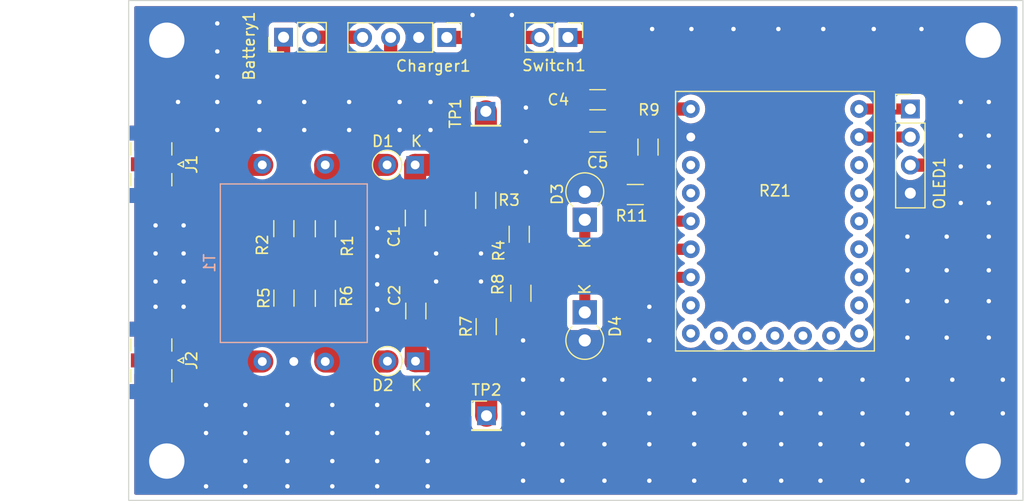
<source format=kicad_pcb>
(kicad_pcb (version 20211014) (generator pcbnew)
  (layers (0 "F.Cu" signal) (31 "B.Cu" signal) (34 "B.Paste" user) (35 "F.Paste" user) (36 "B.SilkS" user "B.Silkscreen") (37 "F.SilkS" user "F.Silkscreen") (38 "B.Mask" user) (39 "F.Mask" user) (44 "Edge.Cuts" user))
  (net 0 "")
  (net 1 "GND")
  (net 2 "Net-(J2-Pad1)")
  (net 3 "Net-(C1-Pad1)")
  (net 4 "Net-(C2-Pad1)")
  (net 5 "Net-(J1-Pad1)")
  (net 6 "Net-(D1-Pad2)")
  (net 7 "Net-(D2-Pad2)")
  (net 8 "Net-(D4-Pad1)")
  (net 9 "Net-(Charger1-Pad1)")
  (net 10 "Net-(C4-Pad1)")
  (net 11 "Net-(Battery1-Pad1)")
  (net 12 "Net-(Battery1-Pad2)")
  (net 13 "Net-(OLED1-Pad1)")
  (net 14 "Net-(OLED1-Pad2)")
  (net 15 "Net-(R11-Pad2)")
  (net 32 "Net-(D3-Pad1)")
  (footprint "Resistor_SMD:R_1206_3216Metric_Pad1.30x1.75mm_HandSolder" (layer "F.Cu") (at 158.63 87.4 90)
    (fp_text reference "R9" (at 3.37 0.09 180) (layer "F.SilkS"))
    (fp_text value "39k")
    (fp_line (start -0.727064 -0.91) (end 0.727064 -0.91) (layer "F.SilkS") (width 0.12))
    (fp_line (start -0.727064 0.91) (end 0.727064 0.91) (layer "F.SilkS") (width 0.12))
    (pad "1" smd roundrect (at -1.55 0 90) (size 1.3 1.75) (layers "F.Cu" "F.Paste" "F.Mask") (roundrect_rratio 0.1923076923) (net 15 "Net-(R11-Pad2)"))
    (pad "2" smd roundrect (at 1.55 0 90) (size 1.3 1.75) (layers "F.Cu" "F.Paste" "F.Mask") (roundrect_rratio 0.1923076923) (net 10 "Net-(C4-Pad1)"))
  )
  (footprint "Connector_PinHeader_2.54mm:PinHeader_1x02_P2.54mm_Vertical" (layer "F.Cu") (at 125.635 77.45 90)
    (fp_text reference "Battery1" (at -0.8 -3.125 90) (layer "F.SilkS"))
    (fp_text value "Battery" hide)
    (fp_line (start -1.33 1.27) (end -1.33 3.87) (layer "F.SilkS") (width 0.12))
    (fp_line (start -1.33 0) (end -1.33 -1.33) (layer "F.SilkS") (width 0.12))
    (fp_line (start -1.33 3.87) (end 1.33 3.87) (layer "F.SilkS") (width 0.12))
    (fp_line (start 1.33 1.27) (end 1.33 3.87) (layer "F.SilkS") (width 0.12))
    (fp_line (start -1.33 -1.33) (end 0 -1.33) (layer "F.SilkS") (width 0.12))
    (fp_line (start -1.33 1.27) (end 1.33 1.27) (layer "F.SilkS") (width 0.12))
    (pad "1" thru_hole rect (at 0 0 90) (size 1.7 1.7) (drill 1) (layers *.Cu *.Mask) (net 11 "Net-(Battery1-Pad1)"))
    (pad "2" thru_hole oval (at 0 2.54 90) (size 1.7 1.7) (drill 1) (layers *.Cu *.Mask) (net 12 "Net-(Battery1-Pad2)"))
  )
  (footprint "Connector_PinHeader_2.54mm:PinHeader_1x01_P2.54mm_Vertical" (layer "F.Cu") (at 144.01 111.72)
    (fp_text reference "TP2" (at 0 -2.33) (layer "F.SilkS"))
    (fp_text value "Vrev")
    (fp_line (start -1.33 1.27) (end 1.33 1.27) (layer "F.SilkS") (width 0.12))
    (fp_line (start -1.33 0) (end -1.33 -1.33) (layer "F.SilkS") (width 0.12))
    (fp_line (start -1.33 1.33) (end 1.33 1.33) (layer "F.SilkS") (width 0.12))
    (fp_line (start 1.33 1.27) (end 1.33 1.33) (layer "F.SilkS") (width 0.12))
    (fp_line (start -1.33 1.27) (end -1.33 1.33) (layer "F.SilkS") (width 0.12))
    (fp_line (start -1.33 -1.33) (end 0 -1.33) (layer "F.SilkS") (width 0.12))
    (pad "1" thru_hole rect (at 0 0) (size 1.7 1.7) (drill 1) (layers *.Cu *.Mask) (net 4 "Net-(C2-Pad1)"))
  )
  (footprint "Connector_PinHeader_2.54mm:PinHeader_1x04_P2.54mm_Vertical" (layer "F.Cu") (at 182.38 83.95)
    (fp_text reference "OLED1" (at 2.63 6.728 90) (layer "F.SilkS"))
    (fp_text value "SSD1306" hide)
    (fp_line (start -1.33 0) (end -1.33 -1.33) (layer "F.SilkS") (width 0.12))
    (fp_line (start -1.33 1.27) (end 1.33 1.27) (layer "F.SilkS") (width 0.12))
    (fp_line (start -1.33 1.27) (end -1.33 8.95) (layer "F.SilkS") (width 0.12))
    (fp_line (start 1.33 1.27) (end 1.33 8.95) (layer "F.SilkS") (width 0.12))
    (fp_line (start -1.33 -1.33) (end 0 -1.33) (layer "F.SilkS") (width 0.12))
    (fp_line (start -1.33 8.95) (end 1.33 8.95) (layer "F.SilkS") (width 0.12))
    (pad "1" thru_hole rect (at 0 0) (size 1.7 1.7) (drill 1) (layers *.Cu *.Mask) (net 13 "Net-(OLED1-Pad1)"))
    (pad "2" thru_hole oval (at 0 2.54) (size 1.7 1.7) (drill 1) (layers *.Cu *.Mask) (net 14 "Net-(OLED1-Pad2)"))
    (pad "3" thru_hole oval (at 0 5.08) (size 1.7 1.7) (drill 1) (layers *.Cu *.Mask) (net 10 "Net-(C4-Pad1)"))
    (pad "4" thru_hole oval (at 0 7.62) (size 1.7 1.7) (drill 1) (layers *.Cu *.Mask) (net 1 "GND"))
  )
  (footprint "Resistor_SMD:R_1206_3216Metric_Pad1.30x1.75mm_HandSolder" (layer "F.Cu") (at 143.94 92.22 -90)
    (fp_text reference "R3" (at -0.018 -2.11 180) (layer "F.SilkS"))
    (fp_text value "18k 1%" hide)
    (fp_line (start -0.727064 0.91) (end 0.727064 0.91) (layer "F.SilkS") (width 0.12))
    (fp_line (start -0.727064 -0.91) (end 0.727064 -0.91) (layer "F.SilkS") (width 0.12))
    (pad "1" smd roundrect (at -1.55 0 270) (size 1.3 1.75) (layers "F.Cu" "F.Paste" "F.Mask") (roundrect_rratio 0.1923076923) (net 3 "Net-(C1-Pad1)"))
    (pad "2" smd roundrect (at 1.55 0 270) (size 1.3 1.75) (layers "F.Cu" "F.Paste" "F.Mask") (roundrect_rratio 0.1923076923) (net 32 "Net-(D3-Pad1)"))
  )
  (footprint "footprints:BN-43-202-5P" (layer "F.Cu") (at 126.56 97.91 90)
    (fp_text reference "T1" (at 0 -7.62 90) (layer "B.SilkS") (effects (justify mirror)))
    (fp_text value "DirectionalCoupler-Bin" hide)
    (fp_line (start -7.175 -6.65) (end 7.175 -6.65) (layer "B.SilkS") (width 0.12))
    (fp_line (start -7.175 6.65) (end 7.175 6.65) (layer "B.SilkS") (width 0.12))
    (fp_line (start -7.175 -6.65) (end -7.175 6.65) (layer "B.SilkS") (width 0.12))
    (fp_line (start 7.175 6.65) (end 7.175 -6.65) (layer "B.SilkS") (width 0.12))
    (pad "1" thru_hole circle (at -8.9 -2.85 90) (size 1.6 1.6) (drill 0.8) (layers *.Cu *.Mask) (net 2 "Net-(J2-Pad1)"))
    (pad "2" thru_hole circle (at -8.9 0 90) (size 1.6 1.6) (drill 0.8) (layers *.Cu *.Mask) (net 1 "GND"))
    (pad "3" thru_hole circle (at -8.9 2.85 90) (size 1.6 1.6) (drill 0.8) (layers *.Cu *.Mask) (net 7 "Net-(D2-Pad2)"))
    (pad "4" thru_hole circle (at 8.9 2.85 90) (size 1.6 1.6) (drill 0.8) (layers *.Cu *.Mask) (net 6 "Net-(D1-Pad2)"))
    (pad "5" thru_hole circle (at 8.9 -2.85 90) (size 1.6 1.6) (drill 0.8) (layers *.Cu *.Mask) (net 5 "Net-(J1-Pad1)"))
  )
  (footprint "footprints:RP2040-Zero" (layer "F.Cu") (at 161.125 105.857)
    (fp_text reference "RZ1" (at 9 -14.5 unlocked) (layer "F.SilkS"))
    (fp_text value "RP2040-Zero")
    (fp_line (start 18 -23.5) (end 0 -23.5) (layer "F.SilkS") (width 0.12))
    (fp_line (start 18 0) (end 18 -23.5) (layer "F.SilkS") (width 0.12))
    (fp_line (start 0 0) (end 18 0) (layer "F.SilkS") (width 0.12))
    (fp_line (start 0 -23.5) (end 0 0) (layer "F.SilkS") (width 0.12))
    (pad "1" thru_hole circle (at 16.62 -21.91) (size 1.6 1.6) (drill 0.8) (layers *.Cu *.Mask) (net 13 "Net-(OLED1-Pad1)"))
    (pad "2" thru_hole circle (at 16.62 -19.37) (size 1.6 1.6) (drill 0.8) (layers *.Cu *.Mask) (net 14 "Net-(OLED1-Pad2)"))
    (pad "3" thru_hole circle (at 16.62 -16.83) (size 1.6 1.6) (drill 0.8) (layers *.Cu *.Mask))
    (pad "4" thru_hole circle (at 16.62 -14.29) (size 1.6 1.6) (drill 0.8) (layers *.Cu *.Mask))
    (pad "5" thru_hole circle (at 16.62 -11.75) (size 1.6 1.6) (drill 0.8) (layers *.Cu *.Mask))
    (pad "6" thru_hole circle (at 16.62 -9.21) (size 1.6 1.6) (drill 0.8) (layers *.Cu *.Mask))
    (pad "7" thru_hole circle (at 16.62 -6.67) (size 1.6 1.6) (drill 0.8) (layers *.Cu *.Mask))
    (pad "8" thru_hole circle (at 16.62 -4.13) (size 1.6 1.6) (drill 0.8) (layers *.Cu *.Mask))
    (pad "9" thru_hole circle (at 16.62 -1.59) (size 1.6 1.6) (drill 0.8) (layers *.Cu *.Mask))
    (pad "10" thru_hole circle (at 14.08 -1.38) (size 1.6 1.6) (drill 0.8) (layers *.Cu *.Mask))
    (pad "11" thru_hole circle (at 11.54 -1.38) (size 1.6 1.6) (drill 0.8) (layers *.Cu *.Mask))
    (pad "12" thru_hole circle (at 9 -1.38) (size 1.6 1.6) (drill 0.8) (layers *.Cu *.Mask))
    (pad "13" thru_hole circle (at 6.46 -1.38) (size 1.6 1.6) (drill 0.8) (layers *.Cu *.Mask))
    (pad "14" thru_hole circle (at 3.92 -1.38) (size 1.6 1.6) (drill 0.8) (layers *.Cu *.Mask))
    (pad "15" thru_hole circle (at 1.38 -1.59) (size 1.6 1.6) (drill 0.8) (layers *.Cu *.Mask))
    (pad "16" thru_hole circle (at 1.38 -4.13) (size 1.6 1.6) (drill 0.8) (layers *.Cu *.Mask))
    (pad "17" thru_hole circle (at 1.38 -6.67) (size 1.6 1.6) (drill 0.8) (layers *.Cu *.Mask) (net 8 "Net-(D4-Pad1)"))
    (pad "18" thru_hole circle (at 1.38 -9.21) (size 1.6 1.6) (drill 0.8) (layers *.Cu *.Mask) (net 32 "Net-(D3-Pad1)"))
    (pad "19" thru_hole circle (at 1.38 -11.75) (size 1.6 1.6) (drill 0.8) (layers *.Cu *.Mask) (net 15 "Net-(R11-Pad2)"))
    (pad "20" thru_hole circle (at 1.38 -14.29) (size 1.6 1.6) (drill 0.8) (layers *.Cu *.Mask))
    (pad "21" thru_hole circle (at 1.38 -16.83) (size 1.6 1.6) (drill 0.8) (layers *.Cu *.Mask))
    (pad "22" thru_hole circle (at 1.38 -21.91) (size 1.6 1.6) (drill 0.8) (layers *.Cu *.Mask) (net 10 "Net-(C4-Pad1)"))
    (pad "23" thru_hole circle (at 1.38 -19.37) (size 1.6 1.6) (drill 0.8) (layers *.Cu *.Mask) (net 1 "GND"))
  )
  (footprint "Connector_PinHeader_2.54mm:PinHeader_1x04_P2.54mm_Vertical" (layer "F.Cu") (at 140.41 77.47 -90)
    (fp_text reference "Charger1" (at 2.58 1.218 180) (layer "F.SilkS"))
    (fp_text value "Charger" hide)
    (fp_line (start 1.33 1.27) (end 1.33 8.95) (layer "F.SilkS") (width 0.12))
    (fp_line (start -1.33 8.95) (end 1.33 8.95) (layer "F.SilkS") (width 0.12))
    (fp_line (start -1.33 -1.33) (end 0 -1.33) (layer "F.SilkS") (width 0.12))
    (fp_line (start -1.33 1.27) (end -1.33 8.95) (layer "F.SilkS") (width 0.12))
    (fp_line (start -1.33 0) (end -1.33 -1.33) (layer "F.SilkS") (width 0.12))
    (fp_line (start -1.33 1.27) (end 1.33 1.27) (layer "F.SilkS") (width 0.12))
    (pad "1" thru_hole rect (at 0 0 270) (size 1.7 1.7) (drill 1) (layers *.Cu *.Mask) (net 9 "Net-(Charger1-Pad1)"))
    (pad "2" thru_hole oval (at 0 2.54 270) (size 1.7 1.7) (drill 1) (layers *.Cu *.Mask) (net 1 "GND"))
    (pad "3" thru_hole oval (at 0 5.08 270) (size 1.7 1.7) (drill 1) (layers *.Cu *.Mask) (net 11 "Net-(Battery1-Pad1)"))
    (pad "4" thru_hole oval (at 0 7.62 270) (size 1.7 1.7) (drill 1) (layers *.Cu *.Mask) (net 12 "Net-(Battery1-Pad2)"))
  )
  (footprint "Capacitor_SMD:C_1206_3216Metric_Pad1.33x1.80mm_HandSolder" (layer "F.Cu") (at 137.57 93.82 -90)
    (fp_text reference "C1" (at 1.684 1.934 -90) (layer "F.SilkS"))
    (fp_text value "10nF" hide)
    (fp_line (start -0.711252 -0.91) (end 0.711252 -0.91) (layer "F.SilkS") (width 0.12))
    (fp_line (start -0.711252 0.91) (end 0.711252 0.91) (layer "F.SilkS") (width 0.12))
    (pad "1" smd roundrect (at -1.5625 0 270) (size 1.325 1.8) (layers "F.Cu" "F.Paste" "F.Mask") (roundrect_rratio 0.1886792453) (net 3 "Net-(C1-Pad1)"))
    (pad "2" smd roundrect (at 1.5625 0 270) (size 1.325 1.8) (layers "F.Cu" "F.Paste" "F.Mask") (roundrect_rratio 0.1886792453) (net 1 "GND"))
  )
  (footprint "MountingHole:MountingHole_3.2mm_M3_ISO7380_Pad" (layer "F.Cu") (at 115.062 115.824)
    (fp_text reference "H2" hide)
    (fp_text value "MountingHole_Pad" hide)
    (pad "1" thru_hole circle (at 0 0) (size 5.7 5.7) (drill 3.2) (layers *.Cu *.Mask) (net 1 "GND"))
  )
  (footprint "Diode_THT:D_DO-41_SOD81_P2.54mm_Vertical_KathodeUp" (layer "F.Cu") (at 152.908 93.98 90)
    (fp_text reference "D3" (at 2.32 -2.498 90) (layer "F.SilkS"))
    (fp_text value "3.6v" hide)
    (fp_text user "K" (at -2.1 0 90) (layer "F.SilkS"))
    (fp_arc (start 1.228847 -1.1) (mid 4.250877 -0.044974) (end 1.288449 1.167366) (layer "F.SilkS") (width 0.12))
    (pad "1" thru_hole rect (at 0 0 90) (size 2.2 2.2) (drill 1.1) (layers *.Cu *.Mask) (net 32 "Net-(D3-Pad1)"))
    (pad "2" thru_hole oval (at 2.54 0 90) (size 2.2 2.2) (drill 1.1) (layers *.Cu *.Mask) (net 1 "GND"))
  )
  (footprint "Connector_PinHeader_2.54mm:PinHeader_1x01_P2.54mm_Vertical" (layer "F.Cu") (at 143.95 84.16)
    (fp_text reference "TP1" (at -2.76 0.19 90) (layer "F.SilkS"))
    (fp_text value "Vfwd")
    (fp_line (start -1.33 1.27) (end -1.33 1.33) (layer "F.SilkS") (width 0.12))
    (fp_line (start -1.33 1.33) (end 1.33 1.33) (layer "F.SilkS") (width 0.12))
    (fp_line (start -1.33 -1.33) (end 0 -1.33) (layer "F.SilkS") (width 0.12))
    (fp_line (start -1.33 1.27) (end 1.33 1.27) (layer "F.SilkS") (width 0.12))
    (fp_line (start 1.33 1.27) (end 1.33 1.33) (layer "F.SilkS") (width 0.12))
    (fp_line (start -1.33 0) (end -1.33 -1.33) (layer "F.SilkS") (width 0.12))
    (pad "1" thru_hole rect (at 0 0) (size 1.7 1.7) (drill 1) (layers *.Cu *.Mask) (net 3 "Net-(C1-Pad1)"))
  )
  (footprint "Diode_THT:D_DO-41_SOD81_P2.54mm_Vertical_KathodeUp" (layer "F.Cu") (at 152.908 102.362 -90)
    (fp_text reference "D4" (at 1.27 -2.750635 90) (layer "F.SilkS"))
    (fp_text value "3.6v" hide)
    (fp_text user "K" (at -2.1 0 90) (layer "F.SilkS"))
    (fp_arc (start 1.228847 -1.1) (mid 4.250877 -0.044974) (end 1.288449 1.167366) (layer "F.SilkS") (width 0.12))
    (pad "1" thru_hole rect (at 0 0 270) (size 2.2 2.2) (drill 1.1) (layers *.Cu *.Mask) (net 8 "Net-(D4-Pad1)"))
    (pad "2" thru_hole oval (at 2.54 0 270) (size 2.2 2.2) (drill 1.1) (layers *.Cu *.Mask) (net 1 "GND"))
  )
  (footprint "Resistor_SMD:R_1206_3216Metric_Pad1.30x1.75mm_HandSolder" (layer "F.Cu") (at 125.67 101.07 90)
    (fp_text reference "R5" (at 0 -1.82 90) (layer "F.SilkS"))
    (fp_text value "100 1%" hide)
    (fp_line (start -0.727064 -0.91) (end 0.727064 -0.91) (layer "F.SilkS") (width 0.12))
    (fp_line (start -0.727064 0.91) (end 0.727064 0.91) (layer "F.SilkS") (width 0.12))
    (pad "1" smd roundrect (at -1.55 0 90) (size 1.3 1.75) (layers "F.Cu" "F.Paste" "F.Mask") (roundrect_rratio 0.1923076923) (net 7 "Net-(D2-Pad2)"))
    (pad "2" smd roundrect (at 1.55 0 90) (size 1.3 1.75) (layers "F.Cu" "F.Paste" "F.Mask") (roundrect_rratio 0.1923076923) (net 1 "GND"))
  )
  (footprint "Capacitor_SMD:C_1206_3216Metric_Pad1.33x1.80mm_HandSolder" (layer "F.Cu") (at 137.61 102.24 90)
    (fp_text reference "C2" (at 1.412 -1.924 90) (layer "F.SilkS"))
    (fp_text value "10nF" hide)
    (fp_line (start -0.711252 -0.91) (end 0.711252 -0.91) (layer "F.SilkS") (width 0.12))
    (fp_line (start -0.711252 0.91) (end 0.711252 0.91) (layer "F.SilkS") (width 0.12))
    (pad "1" smd roundrect (at -1.5625 0 90) (size 1.325 1.8) (layers "F.Cu" "F.Paste" "F.Mask") (roundrect_rratio 0.1886792453) (net 4 "Net-(C2-Pad1)"))
    (pad "2" smd roundrect (at 1.5625 0 90) (size 1.325 1.8) (layers "F.Cu" "F.Paste" "F.Mask") (roundrect_rratio 0.1886792453) (net 1 "GND"))
  )
  (footprint "Resistor_SMD:R_1206_3216Metric_Pad1.30x1.75mm_HandSolder" (layer "F.Cu") (at 157.48 91.694)
    (fp_text reference "R11" (at -0.34 1.926) (layer "F.SilkS"))
    (fp_text value "10k" hide)
    (fp_line (start -0.727064 0.91) (end 0.727064 0.91) (layer "F.SilkS") (width 0.12))
    (fp_line (start -0.727064 -0.91) (end 0.727064 -0.91) (layer "F.SilkS") (width 0.12))
    (pad "1" smd roundrect (at -1.55 0) (size 1.3 1.75) (layers "F.Cu" "F.Paste" "F.Mask") (roundrect_rratio 0.1923076923) (net 1 "GND"))
    (pad "2" smd roundrect (at 1.55 0) (size 1.3 1.75) (layers "F.Cu" "F.Paste" "F.Mask") (roundrect_rratio 0.1923076923) (net 15 "Net-(R11-Pad2)"))
  )
  (footprint "Resistor_SMD:R_1206_3216Metric_Pad1.30x1.75mm_HandSolder" (layer "F.Cu") (at 143.98 103.65 90)
    (fp_text reference "R7" (at 0 -1.82 90) (layer "F.SilkS"))
    (fp_text value "18k 1%" hide)
    (fp_line (start -0.727064 0.91) (end 0.727064 0.91) (layer "F.SilkS") (width 0.12))
    (fp_line (start -0.727064 -0.91) (end 0.727064 -0.91) (layer "F.SilkS") (width 0.12))
    (pad "1" smd roundrect (at -1.55 0 90) (size 1.3 1.75) (layers "F.Cu" "F.Paste" "F.Mask") (roundrect_rratio 0.1923076923) (net 4 "Net-(C2-Pad1)"))
    (pad "2" smd roundrect (at 1.55 0 90) (size 1.3 1.75) (layers "F.Cu" "F.Paste" "F.Mask") (roundrect_rratio 0.1923076923) (net 8 "Net-(D4-Pad1)"))
  )
  (footprint "Capacitor_SMD:C_1206_3216Metric_Pad1.33x1.80mm_HandSolder" (layer "F.Cu") (at 154.07 86.94 180)
    (fp_text reference "C5" (at 0 -1.85) (layer "F.SilkS"))
    (fp_text value "100nF" hide)
    (fp_line (start -0.711252 -0.91) (end 0.711252 -0.91) (layer "F.SilkS") (width 0.12))
    (fp_line (start -0.711252 0.91) (end 0.711252 0.91) (layer "F.SilkS") (width 0.12))
    (pad "1" smd roundrect (at -1.5625 0 180) (size 1.325 1.8) (layers "F.Cu" "F.Paste" "F.Mask") (roundrect_rratio 0.1886792453) (net 10 "Net-(C4-Pad1)"))
    (pad "2" smd roundrect (at 1.5625 0 180) (size 1.325 1.8) (layers "F.Cu" "F.Paste" "F.Mask") (roundrect_rratio 0.1886792453) (net 1 "GND"))
  )
  (footprint "Diode_THT:D_DO-35_SOD27_P2.54mm_Vertical_KathodeUp" (layer "F.Cu") (at 137.58 106.78 180)
    (fp_text reference "D2" (at 2.96 -2.186 180) (layer "F.SilkS"))
    (fp_text value "1N5711" hide)
    (fp_text user "K" (at -0.088 -2.186 180) (layer "F.SilkS"))
    (fp_line (start 1.213629 0) (end 1.1 0) (layer "F.SilkS") (width 0.12))
    (fp_circle (center 2.54 0) (end 3.866371 0) (layer "F.SilkS") (width 0.12) (fill none))
    (pad "1" thru_hole rect (at 0 0 180) (size 1.6 1.6) (drill 0.8) (layers *.Cu *.Mask) (net 4 "Net-(C2-Pad1)"))
    (pad "2" thru_hole oval (at 2.54 0 180) (size 1.6 1.6) (drill 0.8) (layers *.Cu *.Mask) (net 7 "Net-(D2-Pad2)"))
  )
  (footprint "Resistor_SMD:R_1206_3216Metric_Pad1.30x1.75mm_HandSolder" (layer "F.Cu") (at 129.42 101.09 90)
    (fp_text reference "R6" (at 0.21 1.91 90) (layer "F.SilkS"))
    (fp_text value "100 1%" hide)
    (fp_line (start -0.727064 -0.91) (end 0.727064 -0.91) (layer "F.SilkS") (width 0.12))
    (fp_line (start -0.727064 0.91) (end 0.727064 0.91) (layer "F.SilkS") (width 0.12))
    (pad "1" smd roundrect (at -1.55 0 90) (size 1.3 1.75) (layers "F.Cu" "F.Paste" "F.Mask") (roundrect_rratio 0.1923076923) (net 7 "Net-(D2-Pad2)"))
    (pad "2" smd roundrect (at 1.55 0 90) (size 1.3 1.75) (layers "F.Cu" "F.Paste" "F.Mask") (roundrect_rratio 0.1923076923) (net 1 "GND"))
  )
  (footprint "MountingHole:MountingHole_3.2mm_M3_ISO7380_Pad" (layer "F.Cu") (at 188.976 115.824)
    (fp_text reference "H3" hide)
    (fp_text value "MountingHole_Pad" hide)
    (pad "1" thru_hole circle (at 0 0) (size 5.7 5.7) (drill 3.2) (layers *.Cu *.Mask) (net 1 "GND"))
  )
  (footprint "Resistor_SMD:R_1206_3216Metric_Pad1.30x1.75mm_HandSolder" (layer "F.Cu") (at 147.12 100.63 90)
    (fp_text reference "R8" (at 0.808 -2.086 90) (layer "F.SilkS"))
    (fp_text value "10k 1%" hide)
    (fp_line (start -0.727064 0.91) (end 0.727064 0.91) (layer "F.SilkS") (width 0.12))
    (fp_line (start -0.727064 -0.91) (end 0.727064 -0.91) (layer "F.SilkS") (width 0.12))
    (pad "1" smd roundrect (at -1.55 0 90) (size 1.3 1.75) (layers "F.Cu" "F.Paste" "F.Mask") (roundrect_rratio 0.1923076923) (net 8 "Net-(D4-Pad1)"))
    (pad "2" smd roundrect (at 1.55 0 90) (size 1.3 1.75) (layers "F.Cu" "F.Paste" "F.Mask") (roundrect_rratio 0.1923076923) (net 1 "GND"))
  )
  (footprint "MountingHole:MountingHole_3.2mm_M3_ISO7380_Pad" (layer "F.Cu") (at 115.062 77.724)
    (fp_text reference "H1" hide)
    (fp_text value "MountingHole_Pad" hide)
    (pad "1" thru_hole circle (at 0 0) (size 5.7 5.7) (drill 3.2) (layers *.Cu *.Mask) (net 1 "GND"))
  )
  (footprint "Connector_Coaxial:SMA_Samtec_SMA-J-P-X-ST-EM1_EdgeMount" (layer "F.Cu") (at 113.81 106.71 -90)
    (fp_text reference "J2" (at 0 -3.5 90) (layer "F.SilkS"))
    (fp_text value "RF_OUT")
    (fp_line (start 0.84 -1.71) (end 1.95 -1.71) (layer "F.SilkS") (width 0.12))
    (fp_line (start -1.95 -1.71) (end -0.84 -1.71) (layer "F.SilkS") (width 0.12))
    (fp_line (start 0.84 2) (end 1.95 2) (layer "F.SilkS") (width 0.12))
    (fp_line (start -1.95 2) (end -0.84 2) (layer "F.SilkS") (width 0.12))
    (fp_line (start 0.25 -2.76) (end -0.25 -2.76) (layer "F.SilkS") (width 0.12))
    (fp_line (start 0 -2.26) (end 0.25 -2.76) (layer "F.SilkS") (width 0.12))
    (fp_line (start -0.25 -2.76) (end 0 -2.26) (layer "F.SilkS") (width 0.12))
    (pad "1" smd rect (at 0 0.2 270) (size 1.27 3.6) (layers "F.Cu" "F.Paste" "F.Mask") (net 2 "Net-(J2-Pad1)"))
    (pad "2" smd rect (at 2.825 0 270) (size 1.35 4.2) (layers "B.Cu" "B.Paste" "B.Mask") (net 1 "GND"))
    (pad "2" smd rect (at 2.825 0 270) (size 1.35 4.2) (layers "F.Cu" "F.Paste" "F.Mask") (net 1 "GND"))
    (pad "2" smd rect (at -2.825 0 270) (size 1.35 4.2) (layers "F.Cu" "F.Paste" "F.Mask") (net 1 "GND"))
    (pad "2" smd rect (at -2.825 0 270) (size 1.35 4.2) (layers "B.Cu" "B.Paste" "B.Mask") (net 1 "GND"))
  )
  (footprint "Resistor_SMD:R_1206_3216Metric_Pad1.30x1.75mm_HandSolder" (layer "F.Cu") (at 129.42 94.79 -90)
    (fp_text reference "R1" (at 1.57 -1.99 90) (layer "F.SilkS"))
    (fp_text value "100 1%" hide)
    (fp_line (start -0.727064 -0.91) (end 0.727064 -0.91) (layer "F.SilkS") (width 0.12))
    (fp_line (start -0.727064 0.91) (end 0.727064 0.91) (layer "F.SilkS") (width 0.12))
    (pad "1" smd roundrect (at -1.55 0 270) (size 1.3 1.75) (layers "F.Cu" "F.Paste" "F.Mask") (roundrect_rratio 0.1923076923) (net 6 "Net-(D1-Pad2)"))
    (pad "2" smd roundrect (at 1.55 0 270) (size 1.3 1.75) (layers "F.Cu" "F.Paste" "F.Mask") (roundrect_rratio 0.1923076923) (net 1 "GND"))
  )
  (footprint "Connector_Coaxial:SMA_Samtec_SMA-J-P-X-ST-EM1_EdgeMount" (layer "F.Cu") (at 113.81 88.955 -90)
    (fp_text reference "J1" (at 0 -3.5 90) (layer "F.SilkS"))
    (fp_text value "RF_IN")
    (fp_line (start -1.95 2) (end -0.84 2) (layer "F.SilkS") (width 0.12))
    (fp_line (start -1.95 -1.71) (end -0.84 -1.71) (layer "F.SilkS") (width 0.12))
    (fp_line (start 0 -2.26) (end 0.25 -2.76) (layer "F.SilkS") (width 0.12))
    (fp_line (start 0.84 2) (end 1.95 2) (layer "F.SilkS") (width 0.12))
    (fp_line (start 0.25 -2.76) (end -0.25 -2.76) (layer "F.SilkS") (width 0.12))
    (fp_line (start 0.84 -1.71) (end 1.95 -1.71) (layer "F.SilkS") (width 0.12))
    (fp_line (start -0.25 -2.76) (end 0 -2.26) (layer "F.SilkS") (width 0.12))
    (pad "1" smd rect (at 0 0.2 270) (size 1.27 3.6) (layers "F.Cu" "F.Paste" "F.Mask") (net 5 "Net-(J1-Pad1)"))
    (pad "2" smd rect (at 2.825 0 270) (size 1.35 4.2) (layers "F.Cu" "F.Paste" "F.Mask") (net 1 "GND"))
    (pad "2" smd rect (at -2.825 0 270) (size 1.35 4.2) (layers "F.Cu" "F.Paste" "F.Mask") (net 1 "GND"))
    (pad "2" smd rect (at -2.825 0 270) (size 1.35 4.2) (layers "B.Cu" "B.Paste" "B.Mask") (net 1 "GND"))
    (pad "2" smd rect (at 2.825 0 270) (size 1.35 4.2) (layers "B.Cu" "B.Paste" "B.Mask") (net 1 "GND"))
  )
  (footprint "Capacitor_SMD:C_1206_3216Metric_Pad1.33x1.80mm_HandSolder" (layer "F.Cu") (at 154.07 83.11 180)
    (fp_text reference "C4" (at 3.56 0) (layer "F.SilkS"))
    (fp_text value "4.7uF MLCC / ELCO" hide)
    (fp_line (start -0.711252 -0.91) (end 0.711252 -0.91) (layer "F.SilkS") (width 0.12))
    (fp_line (start -0.711252 0.91) (end 0.711252 0.91) (layer "F.SilkS") (width 0.12))
    (pad "1" smd roundrect (at -1.5625 0 180) (size 1.325 1.8) (layers "F.Cu" "F.Paste" "F.Mask") (roundrect_rratio 0.1886792453) (net 10 "Net-(C4-Pad1)"))
    (pad "2" smd roundrect (at 1.5625 0 180) (size 1.325 1.8) (layers "F.Cu" "F.Paste" "F.Mask") (roundrect_rratio 0.1886792453) (net 1 "GND"))
  )
  (footprint "Resistor_SMD:R_1206_3216Metric_Pad1.30x1.75mm_HandSolder" (layer "F.Cu") (at 125.66 94.78 -90)
    (fp_text reference "R2" (at 1.49 1.94 90) (layer "F.SilkS"))
    (fp_text value "100 1%" hide)
    (fp_line (start -0.727064 -0.91) (end 0.727064 -0.91) (layer "F.SilkS") (width 0.12))
    (fp_line (start -0.727064 0.91) (end 0.727064 0.91) (layer "F.SilkS") (width 0.12))
    (pad "1" smd roundrect (at -1.55 0 270) (size 1.3 1.75) (layers "F.Cu" "F.Paste" "F.Mask") (roundrect_rratio 0.1923076923) (net 6 "Net-(D1-Pad2)"))
    (pad "2" smd roundrect (at 1.55 0 270) (size 1.3 1.75) (layers "F.Cu" "F.Paste" "F.Mask") (roundrect_rratio 0.1923076923) (net 1 "GND"))
  )
  (footprint "Connector_PinHeader_2.54mm:PinHeader_1x02_P2.54mm_Vertical" (layer "F.Cu") (at 151.38 77.47 -90)
    (fp_text reference "Switch1" (at 2.54 1.266 180) (layer "F.SilkS"))
    (fp_text value "custom_switch" hide)
    (fp_line (start -1.33 1.27) (end 1.33 1.27) (layer "F.SilkS") (width 0.12))
    (fp_line (start -1.33 -1.33) (end 0 -1.33) (layer "F.SilkS") (width 0.12))
    (fp_line (start -1.33 3.87) (end 1.33 3.87) (layer "F.SilkS") (width 0.12))
    (fp_line (start -1.33 0) (end -1.33 -1.33) (layer "F.SilkS") (width 0.12))
    (fp_line (start 1.33 1.27) (end 1.33 3.87) (layer "F.SilkS") (width 0.12))
    (fp_line (start -1.33 1.27) (end -1.33 3.87) (layer "F.SilkS") (width 0.12))
    (pad "1" thru_hole rect (at 0 0 270) (size 1.7 1.7) (drill 1) (layers *.Cu *.Mask) (net 10 "Net-(C4-Pad1)"))
    (pad "2" thru_hole oval (at 0 2.54 270) (size 1.7 1.7) (drill 1) (layers *.Cu *.Mask) (net 9 "Net-(Charger1-Pad1)"))
  )
  (footprint "Diode_THT:D_DO-35_SOD27_P2.54mm_Vertical_KathodeUp" (layer "F.Cu") (at 137.55 89.01 180)
    (fp_text reference "D1" (at 2.93 2.142 180) (layer "F.SilkS"))
    (fp_text value "1N5711" hide)
    (fp_text user "K" (at -0.118 2.142 180) (layer "F.SilkS"))
    (fp_line (start 1.213629 0) (end 1.1 0) (layer "F.SilkS") (width 0.12))
    (fp_circle (center 2.54 0) (end 3.866371 0) (layer "F.SilkS") (width 0.12) (fill none))
    (pad "1" thru_hole rect (at 0 0 180) (size 1.6 1.6) (drill 0.8) (layers *.Cu *.Mask) (net 3 "Net-(C1-Pad1)"))
    (pad "2" thru_hole oval (at 2.54 0 180) (size 1.6 1.6) (drill 0.8) (layers *.Cu *.Mask) (net 6 "Net-(D1-Pad2)"))
  )
  (footprint "Resistor_SMD:R_1206_3216Metric_Pad1.30x1.75mm_HandSolder" (layer "F.Cu") (at 146.97 95.29 -90)
    (fp_text reference "R4" (at 1.484 1.85 90) (layer "F.SilkS"))
    (fp_text value "10k 1%" hide)
    (fp_line (start -0.727064 0.91) (end 0.727064 0.91) (layer "F.SilkS") (width 0.12))
    (fp_line (start -0.727064 -0.91) (end 0.727064 -0.91) (layer "F.SilkS") (width 0.12))
    (pad "1" smd roundrect (at -1.55 0 270) (size 1.3 1.75) (layers "F.Cu" "F.Paste" "F.Mask") (roundrect_rratio 0.1923076923) (net 32 "Net-(D3-Pad1)"))
    (pad "2" smd roundrect (at 1.55 0 270) (size 1.3 1.75) (layers "F.Cu" "F.Paste" "F.Mask") (roundrect_rratio 0.1923076923) (net 1 "GND"))
  )
  (footprint "MountingHole:MountingHole_3.2mm_M3_ISO7380_Pad" (layer "F.Cu") (at 188.976 77.724)
    (fp_text reference "H4" hide)
    (fp_text value "MountingHole_Pad" hide)
    (pad "1" thru_hole circle (at 0 0) (size 5.7 5.7) (drill 3.2) (layers *.Cu *.Mask) (net 1 "GND"))
  )
  (gr_rect (start 111.61 74.13) (end 192.576 119.382) (layer "Edge.Cuts") (width 0.1) (fill none))
  (segment (start 155.93 91.694) (end 153.162 91.694) (width 1) (layer "F.Cu") (net 1))
  (segment (start 153.162 91.694) (end 152.908 91.44) (width 1) (layer "F.Cu") (net 1))
  (via (at 182.118 108.458) (size 0.8) (drill 0.4) (layers "F.Cu" "B.Cu") (net 1))
  (via (at 147.574 83.82) (size 0.8) (drill 0.4) (layers "F.Cu" "B.Cu") (net 1))
  (via (at 142.748 75.438) (size 0.8) (drill 0.4) (layers "F.Cu" "B.Cu") (net 1))
  (via (at 114.046 94.488) (size 0.8) (drill 0.4) (layers "F.Cu" "B.Cu") (net 1))
  (via (at 170.688 111.506) (size 0.8) (drill 0.4) (layers "F.Cu" "B.Cu") (net 1))
  (via (at 158.75 111.506) (size 0.8) (drill 0.4) (layers "F.Cu" "B.Cu") (net 1))
  (via (at 174.244 111.506) (size 0.8) (drill 0.4) (layers "F.Cu" "B.Cu") (net 1))
  (via (at 122.174 113.284) (size 0.8) (drill 0.4) (layers "F.Cu" "B.Cu") (net 1))
  (via (at 185.674 101.346) (size 0.8) (drill 0.4) (layers "F.Cu" "B.Cu") (net 1))
  (via (at 146.304 75.438) (size 0.8) (drill 0.4) (layers "F.Cu" "B.Cu") (net 1))
  (via (at 158.75 104.902) (size 0.8) (drill 0.4) (layers "F.Cu" "B.Cu") (net 1))
  (via (at 147.32 117.602) (size 0.8) (drill 0.4) (layers "F.Cu" "B.Cu") (net 1))
  (via (at 167.386 108.458) (size 0.8) (drill 0.4) (layers "F.Cu" "B.Cu") (net 1))
  (via (at 189.484 83.312) (size 0.8) (drill 0.4) (layers "F.Cu" "B.Cu") (net 1))
  (via (at 147.32 108.458) (size 0.8) (drill 0.4) (layers "F.Cu" "B.Cu") (net 1))
  (via (at 116.586 99.568) (size 0.8) (drill 0.4) (layers "F.Cu" "B.Cu") (net 1))
  (via (at 116.586 97.028) (size 0.8) (drill 0.4) (layers "F.Cu" "B.Cu") (net 1))
  (via (at 123.444 85.852) (size 0.8) (drill 0.4) (layers "F.Cu" "B.Cu") (net 1))
  (via (at 127.508 85.852) (size 0.8) (drill 0.4) (layers "F.Cu" "B.Cu") (net 1))
  (via (at 147.32 111.506) (size 0.8) (drill 0.4) (layers "F.Cu" "B.Cu") (net 1))
  (via (at 186.944 86.36) (size 0.8) (drill 0.4) (layers "F.Cu" "B.Cu") (net 1))
  (via (at 154.686 108.458) (size 0.8) (drill 0.4) (layers "F.Cu" "B.Cu") (net 1))
  (via (at 139.446 99.568) (size 0.8) (drill 0.4) (layers "F.Cu" "B.Cu") (net 1))
  (via (at 136.144 85.852) (size 0.8) (drill 0.4) (layers "F.Cu" "B.Cu") (net 1))
  (via (at 143.51 99.568) (size 0.8) (drill 0.4) (layers "F.Cu" "B.Cu") (net 1))
  (via (at 119.634 76.2) (size 0.8) (drill 0.4) (layers "F.Cu" "B.Cu") (net 1))
  (via (at 185.674 104.648) (size 0.8) (drill 0.4) (layers "F.Cu" "B.Cu") (net 1))
  (via (at 116.078 83.312) (size 0.8) (drill 0.4) (layers "F.Cu" "B.Cu") (net 1))
  (via (at 114.046 99.568) (size 0.8) (drill 0.4) (layers "F.Cu" "B.Cu") (net 1))
  (via (at 130.048 110.744) (size 0.8) (drill 0.4) (layers "F.Cu" "B.Cu") (net 1))
  (via (at 182.118 98.552) (size 0.8) (drill 0.4) (layers "F.Cu" "B.Cu") (net 1))
  (via (at 174.244 117.602) (size 0.8) (drill 0.4) (layers "F.Cu" "B.Cu") (net 1))
  (via (at 139.446 97.028) (size 0.8) (drill 0.4) (layers "F.Cu" "B.Cu") (net 1))
  (via (at 166.37 76.708) (size 0.8) (drill 0.4) (layers "F.Cu" "B.Cu") (net 1))
  (via (at 150.876 114.3) (size 0.8) (drill 0.4) (layers "F.Cu" "B.Cu") (net 1))
  (via (at 122.174 118.11) (size 0.8) (drill 0.4) (layers "F.Cu" "B.Cu") (net 1))
  (via (at 134.112 110.744) (size 0.8) (drill 0.4) (layers "F.Cu" "B.Cu") (net 1))
  (via (at 150.876 108.458) (size 0.8) (drill 0.4) (layers "F.Cu" "B.Cu") (net 1))
  (via (at 118.618 113.284) (size 0.8) (drill 0.4) (layers "F.Cu" "B.Cu") (net 1))
  (via (at 122.174 110.744) (size 0.8) (drill 0.4) (layers "F.Cu" "B.Cu") (net 1))
  (via (at 170.688 117.602) (size 0.8) (drill 0.4) (layers "F.Cu" "B.Cu") (net 1))
  (via (at 190.754 111.506) (size 0.8) (drill 0.4) (layers "F.Cu" "B.Cu") (net 1))
  (via (at 189.484 95.504) (size 0.8) (drill 0.4) (layers "F.Cu" "B.Cu") (net 1))
  (via (at 167.386 117.602) (size 0.8) (drill 0.4) (layers "F.Cu" "B.Cu") (net 1))
  (via (at 116.586 94.488) (size 0.8) (drill 0.4) (layers "F.Cu" "B.Cu") (net 1))
  (via (at 189.484 101.346) (size 0.8) (drill 0.4) (layers "F.Cu" "B.Cu") (net 1))
  (via (at 178.054 108.458) (size 0.8) (drill 0.4) (layers "F.Cu" "B.Cu") (net 1))
  (via (at 136.144 83.312) (size 0.8) (drill 0.4) (layers "F.Cu" "B.Cu") (net 1))
  (via (at 167.386 111.506) (size 0.8) (drill 0.4) (layers "F.Cu" "B.Cu") (net 1))
  (via (at 174.244 108.458) (size 0.8) (drill 0.4) (layers "F.Cu" "B.Cu") (net 1))
  (via (at 138.684 118.11) (size 0.8) (drill 0.4) (layers "F.Cu" "B.Cu") (net 1))
  (via (at 178.054 114.3) (size 0.8) (drill 0.4) (layers "F.Cu" "B.Cu") (net 1))
  (via (at 138.938 85.852) (size 0.8) (drill 0.4) (layers "F.Cu" "B.Cu") (net 1))
  (via (at 127.508 83.312) (size 0.8) (drill 0.4) (layers "F.Cu" "B.Cu") (net 1))
  (via (at 189.484 98.552) (size 0.8) (drill 0.4) (layers "F.Cu" "B.Cu") (net 1))
  (via (at 130.048 118.11) (size 0.8) (drill 0.4) (layers "F.Cu" "B.Cu") (net 1))
  (via (at 119.634 85.852) (size 0.8) (drill 0.4) (layers "F.Cu" "B.Cu") (net 1))
  (via (at 178.054 117.602) (size 0.8) (drill 0.4) (layers "F.Cu" "B.Cu") (net 1))
  (via (at 174.498 76.708) (size 0.8) (drill 0.4) (layers "F.Cu" "B.Cu") (net 1))
  (via (at 162.814 114.3) (size 0.8) (drill 0.4) (layers "F.Cu" "B.Cu") (net 1))
  (via (at 178.054 111.506) (size 0.8) (drill 0.4) (layers "F.Cu" "B.Cu") (net 1))
  (via (at 182.118 111.506) (size 0.8) (drill 0.4) (layers "F.Cu" "B.Cu") (net 1))
  (via (at 158.75 114.3) (size 0.8) (drill 0.4) (layers "F.Cu" "B.Cu") (net 1))
  (via (at 143.51 97.028) (size 0.8) (drill 0.4) (layers "F.Cu" "B.Cu") (net 1))
  (via (at 119.634 83.312) (size 0.8) (drill 0.4) (layers "F.Cu" "B.Cu") (net 1))
  (via (at 119.634 81.026) (size 0.8) (drill 0.4) (layers "F.Cu" "B.Cu") (net 1))
  (via (at 138.684 115.824) (size 0.8) (drill 0.4) (layers "F.Cu" "B.Cu") (net 1))
  (via (at 130.048 113.284) (size 0.8) (drill 0.4) (layers "F.Cu" "B.Cu") (net 1))
  (via (at 123.444 83.312) (size 0.8) (drill 0.4) (layers "F.Cu" "B.Cu") (net 1))
  (via (at 162.814 108.458) (size 0.8) (drill 0.4) (layers "F.Cu" "B.Cu") (net 1))
  (via (at 150.876 117.602) (size 0.8) (drill 0.4) (layers "F.Cu" "B.Cu") (net 1))
  (via (at 174.244 114.3) (size 0.8) (drill 0.4) (layers "F.Cu" "B.Cu") (net 1))
  (via (at 186.944 83.312) (size 0.8) (drill 0.4) (layers "F.Cu" "B.Cu") (net 1))
  (via (at 138.684 113.284) (size 0.8) (drill 0.4) (layers "F.Cu" "B.Cu") (net 1))
  (via (at 162.814 111.506) (size 0.8) (drill 0.4) (layers "F.Cu" "B.Cu") (net 1))
  (via (at 154.686 117.602) (size 0.8) (drill 0.4) (layers "F.Cu" "B.Cu") (net 1))
  (via (at 185.674 95.504) (size 0.8) (drill 0.4) (layers "F.Cu" "B.Cu") (net 1))
  (via (at 125.984 110.744) (size 0.8) (drill 0.4) (layers "F.Cu" "B.Cu") (net 1))
  (via (at 118.618 110.744) (size 0.8) (drill 0.4) (layers "F.Cu" "B.Cu") (net 1))
  (via (at 114.046 97.028) (size 0.8) (drill 0.4) (layers "F.Cu" "B.Cu") (net 1))
  (via (at 182.118 114.3) (size 0.8) (drill 0.4) (layers "F.Cu" "B.Cu") (net 1))
  (via (at 158.75 108.458) (size 0.8) (drill 0.4) (layers "F.Cu" "B.Cu") (net 1))
  (via (at 118.618 118.11) (size 0.8) (drill 0.4) (layers "F.Cu" "B.Cu") (net 1))
  (via (at 185.674 98.552) (size 0.8) (drill 0.4) (layers "F.Cu" "B.Cu") (net 1))
  (via (at 138.684 110.744) (size 0.8) (drill 0.4) (layers "F.Cu" "B.Cu") (net 1))
  (via (at 170.434 76.708) (size 0.8) (drill 0.4) (layers "F.Cu" "B.Cu") (net 1))
  (via (at 154.686 111.506) (size 0.8) (drill 0.4) (layers "F.Cu" "B.Cu") (net 1))
  (via (at 158.75 101.854) (size 0.8) (drill 0.4) (layers "F.Cu" "B.Cu") (net 1))
  (via (at 189.484 86.36) (size 0.8) (drill 0.4) (layers "F.Cu" "B.Cu") (net 1))
  (via (at 134.112 113.284) (size 0.8) (drill 0.4) (layers "F.Cu" "B.Cu") (net 1))
  (via (at 182.118 117.602) (size 0.8) (drill 0.4) (layers "F.Cu" "B.Cu") (net 1))
  (via (at 182.118 104.648) (size 0.8) (drill 0.4) (layers "F.Cu" "B.Cu") (net 1))
  (via (at 130.048 115.824) (size 0.8) (drill 0.4) (layers "F.Cu" "B.Cu") (net 1))
  (via (at 186.182 108.458) (size 0.8) (drill 0.4) (layers "F.Cu" "B.Cu") (net 1))
  (via (at 170.688 114.3) (size 0.8) (drill 0.4) (layers "F.Cu" "B.Cu") (net 1))
  (via (at 134.112 102.108) (size 0.8) (drill 0.4) (layers "F.Cu" "B.Cu") (net 1))
  (via (at 162.56 76.708) (size 0.8) (drill 0.4) (layers "F.Cu" "B.Cu") (net 1))
  (via (at 138.938 83.312) (size 0.8) (drill 0.4) (layers "F.Cu" "B.Cu") (net 1))
  (via (at 134.112 115.824) (size 0.8) (drill 0.4) (layers "F.Cu" "B.Cu") (net 1))
  (via (at 183.388 76.708) (size 0.8) (drill 0.4) (layers "F.Cu" "B.Cu") (net 1))
  (via (at 182.118 101.346) (size 0.8) (drill 0.4) (layers "F.Cu" "B.Cu") (net 1))
  (via (at 147.32 104.902) (size 0.8) (drill 0.4) (layers "F.Cu" "B.Cu") (net 1))
  (via (at 154.686 114.3) (size 0.8) (drill 0.4) (layers "F.Cu" "B.Cu") (net 1))
  (via (at 170.688 108.458) (size 0.8) (drill 0.4) (layers "F.Cu" "B.Cu") (net 1))
  (via (at 125.984 115.824) (size 0.8) (drill 0.4) (layers "F.Cu" "B.Cu") (net 1))
  (via (at 131.572 83.312) (size 0.8) (drill 0.4) (layers "F.Cu" "B.Cu") (net 1))
  (via (at 147.574 86.868) (size 0.8) (drill 0.4) (layers "F.Cu" "B.Cu") (net 1))
  (via (at 147.574 89.662) (size 0.8) (drill 0.4) (layers "F.Cu" "B.Cu") (net 1))
  (via (at 119.634 78.74) (size 0.8) (drill 0.4) (layers "F.Cu" "B.Cu") (net 1))
  (via (at 186.944 92.456) (size 0.8) (drill 0.4) (layers "F.Cu" "B.Cu") (net 1))
  (via (at 167.386 114.3) (size 0.8) (drill 0.4) (layers "F.Cu" "B.Cu") (net 1))
  (via (at 125.984 118.11) (size 0.8) (drill 0.4) (layers "F.Cu" "B.Cu") (net 1))
  (via (at 186.944 89.154) (size 0.8) (drill 0.4) (layers "F.Cu" "B.Cu") (net 1))
  (via (at 158.75 117.602) (size 0.8) (drill 0.4) (layers "F.Cu" "B.Cu") (net 1))
  (via (at 186.182 111.506) (size 0.8) (drill 0.4) (layers "F.Cu" "B.Cu") (net 1))
  (via (at 131.572 85.852) (size 0.8) (drill 0.4) (layers "F.Cu" "B.Cu") (net 1))
  (via (at 122.174 115.824) (size 0.8) (drill 0.4) (layers "F.Cu" "B.Cu") (net 1))
  (via (at 189.484 92.456) (size 0.8) (drill 0.4) (layers "F.Cu" "B.Cu") (net 1))
  (via (at 162.814 117.602) (size 0.8) (drill 0.4) (layers "F.Cu" "B.Cu") (net 1))
  (via (at 150.876 111.506) (size 0.8) (drill 0.4) (layers "F.Cu" "B.Cu") (net 1))
  (via (at 190.754 108.458) (size 0.8) (drill 0.4) (layers "F.Cu" "B.Cu") (net 1))
  (via (at 134.112 94.742) (size 0.8) (drill 0.4) (layers "F.Cu" "B.Cu") (net 1))
  (via (at 182.118 95.504) (size 0.8) (drill 0.4) (layers "F.Cu" "B.Cu") (net 1))
  (via (at 134.112 99.822) (size 0.8) (drill 0.4) (layers "F.Cu" "B.Cu") (net 1))
  (via (at 134.112 97.282) (size 0.8) (drill 0.4) (layers "F.Cu" "B.Cu") (net 1))
  (via (at 116.586 101.854) (size 0.8) (drill 0.4) (layers "F.Cu" "B.Cu") (net 1))
  (via (at 114.046 101.854) (size 0.8) (drill 0.4) (layers "F.Cu" "B.Cu") (net 1))
  (via (at 179.07 76.708) (size 0.8) (drill 0.4) (layers "F.Cu" "B.Cu") (net 1))
  (via (at 125.984 113.284) (size 0.8) (drill 0.4) (layers "F.Cu" "B.Cu") (net 1))
  (via (at 159.004 76.708) (size 0.8) (drill 0.4) (layers "F.Cu" "B.Cu") (net 1))
  (via (at 134.112 118.11) (size 0.8) (drill 0.4) (layers "F.Cu" "B.Cu") (net 1))
  (via (at 189.484 104.648) (size 0.8) (drill 0.4) (layers "F.Cu" "B.Cu") (net 1))
  (via (at 147.32 114.3) (size 0.8) (drill 0.4) (layers "F.Cu" "B.Cu") (net 1))
  (via (at 189.484 89.154) (size 0.8) (drill 0.4) (layers "F.Cu" "B.Cu") (net 1))
  (segment (start 113.71 106.81) (end 113.61 106.71) (width 2) (layer "F.Cu") (net 2))
  (segment (start 123.71 106.81) (end 113.71 106.81) (width 2) (layer "F.Cu") (net 2))
  (segment (start 137.55 89.01) (end 137.55 92.2375) (width 2) (layer "F.Cu") (net 3))
  (segment (start 143.93 90.66) (end 143.94 90.67) (width 2) (layer "F.Cu") (net 3))
  (segment (start 143.96 89.01) (end 143.94 89.03) (width 2) (layer "F.Cu") (net 3))
  (segment (start 143.95 84.16) (end 143.95 89) (width 2) (layer "F.Cu") (net 3))
  (segment (start 137.55 89.01) (end 143.96 89.01) (width 2) (layer "F.Cu") (net 3))
  (segment (start 143.94 89.03) (end 143.94 90.67) (width 2) (layer "F.Cu") (net 3))
  (segment (start 137.55 92.2375) (end 137.57 92.2575) (width 2) (layer "F.Cu") (net 3))
  (segment (start 137.61 103.8025) (end 137.61 106.75) (width 2) (layer "F.Cu") (net 4))
  (segment (start 143.98 106.78) (end 143.98 105.2) (width 2) (layer "F.Cu") (net 4))
  (segment (start 137.58 106.78) (end 143.98 106.78) (width 2) (layer "F.Cu") (net 4))
  (segment (start 137.61 106.75) (end 137.58 106.78) (width 2) (layer "F.Cu") (net 4))
  (segment (start 143.98 111.69) (end 144.01 111.72) (width 2) (layer "F.Cu") (net 4))
  (segment (start 143.98 106.78) (end 143.98 111.69) (width 2) (layer "F.Cu") (net 4))
  (segment (start 123.71 89.01) (end 113.665 89.01) (width 2) (layer "F.Cu") (net 5))
  (segment (start 113.665 89.01) (end 113.61 88.955) (width 2) (layer "F.Cu") (net 5))
  (segment (start 129.41 89.01) (end 129.41 93.23) (width 2) (layer "F.Cu") (net 6))
  (segment (start 125.66 93.23) (end 129.41 93.23) (width 2) (layer "F.Cu") (net 6))
  (segment (start 129.41 89.01) (end 135.01 89.01) (width 2) (layer "F.Cu") (net 6))
  (segment (start 129.41 93.23) (end 129.42 93.24) (width 2) (layer "F.Cu") (net 6))
  (segment (start 129.42 102.64) (end 125.69 102.64) (width 2) (layer "F.Cu") (net 7))
  (segment (start 129.42 102.64) (end 129.42 106.8) (width 2) (layer "F.Cu") (net 7))
  (segment (start 135.01 106.81) (end 135.04 106.78) (width 2) (layer "F.Cu") (net 7))
  (segment (start 129.41 106.81) (end 135.01 106.81) (width 2) (layer "F.Cu") (net 7))
  (segment (start 125.69 102.64) (end 125.67 102.62) (width 2) (layer "F.Cu") (net 7))
  (segment (start 149.785 99.19) (end 152.784 99.19) (width 1) (layer "F.Cu") (net 8))
  (segment (start 149.775 99.2) (end 149.775 101.685) (width 1) (layer "F.Cu") (net 8))
  (segment (start 152.784 99.19) (end 155.07 99.19) (width 1) (layer "F.Cu") (net 8))
  (segment (start 155.07 99.19) (end 160.33 99.19) (width 1) (layer "F.Cu") (net 8))
  (segment (start 149.775 99.2) (end 149.785 99.19) (width 1) (layer "F.Cu") (net 8))
  (segment (start 152.908 102.362) (end 152.908 99.314) (width 1) (layer "F.Cu") (net 8))
  (segment (start 152.908 99.314) (end 152.784 99.19) (width 1) (layer "F.Cu") (net 8))
  (segment (start 160.333 99.187) (end 160.33 99.19) (width 1) (layer "F.Cu") (net 8))
  (segment (start 149.775 101.685) (end 149.28 102.18) (width 1) (layer "F.Cu") (net 8))
  (segment (start 147.46 102.1) (end 143.98 102.1) (width 2) (layer "F.Cu") (net 8))
  (segment (start 162.505 99.187) (end 160.333 99.187) (width 1) (layer "F.Cu") (net 8))
  (segment (start 149.28 102.18) (end 147.12 102.18) (width 1) (layer "F.Cu") (net 8))
  (segment (start 140.41 77.47) (end 148.84 77.47) (width 1.2) (layer "F.Cu") (net 9))
  (segment (start 155.61 80.172) (end 155.61 83.06) (width 1.2) (layer "F.Cu") (net 10))
  (segment (start 184.75 80.172) (end 184.75 88.998) (width 1.2) (layer "F.Cu") (net 10))
  (segment (start 155.38 77.47) (end 155.61 77.7) (width 1.2) (layer "F.Cu") (net 10))
  (segment (start 151.38 77.47) (end 155.38 77.47) (width 1.2) (layer "F.Cu") (net 10))
  (segment (start 155.61 84.166) (end 155.826 83.95) (width 1.2) (layer "F.Cu") (net 10))
  (segment (start 155.826 83.95) (end 158.43 83.95) (width 1.2) (layer "F.Cu") (net 10))
  (segment (start 161.09 83.95) (end 161.903 83.95) (width 1.2) (layer "F.Cu") (net 10))
  (segment (start 158.63 84.15) (end 158.43 83.95) (width 1) (layer "F.Cu") (net 10))
  (segment (start 161.903 83.95) (end 161.906 83.947) (width 1.2) (layer "F.Cu") (net 10))
  (segment (start 158.63 85.85) (end 158.63 84.15) (width 1) (layer "F.Cu") (net 10))
  (segment (start 184.75 88.998) (end 184.718 89.03) (width 1.2) (layer "F.Cu") (net 10))
  (segment (start 155.61 86.9175) (end 155.61 84.166) (width 1.2) (layer "F.Cu") (net 10))
  (segment (start 155.61 77.7) (end 155.61 80.172) (width 1.2) (layer "F.Cu") (net 10))
  (segment (start 158.43 83.95) (end 161.09 83.95) (width 1.2) (layer "F.Cu") (net 10))
  (segment (start 184.718 89.03) (end 182.38 89.03) (width 1.2) (layer "F.Cu") (net 10))
  (segment (start 184.75 80.172) (end 155.61 80.172) (width 1.2) (layer "F.Cu") (net 10))
  (segment (start 161.093 83.947) (end 161.09 83.95) (width 1) (layer "F.Cu") (net 10))
  (segment (start 155.6325 86.94) (end 155.61 86.9175) (width 1.2) (layer "F.Cu") (net 10))
  (segment (start 162.505 83.947) (end 161.093 83.947) (width 1) (layer "F.Cu") (net 10))
  (segment (start 135.065 80.075) (end 125.635 80.075) (width 1.2) (layer "F.Cu") (net 11))
  (segment (start 135.33 77.47) (end 135.33 79.81) (width 1.2) (layer "F.Cu") (net 11))
  (segment (start 135.33 79.81) (end 135.065 80.075) (width 1.2) (layer "F.Cu") (net 11))
  (segment (start 125.635 80.075) (end 125.635 77.45) (width 1.2) (layer "F.Cu") (net 11))
  (segment (start 128.175 77.45) (end 132.77 77.45) (width 1.2) (layer "F.Cu") (net 12))
  (segment (start 132.77 77.45) (end 132.79 77.47) (width 1.2) (layer "F.Cu") (net 12))
  (segment (start 182.38 83.95) (end 177.748 83.95) (width 1) (layer "F.Cu") (net 13))
  (segment (start 177.748 83.95) (end 177.745 83.947) (width 1) (layer "F.Cu") (net 13))
  (segment (start 177.745 86.487) (end 182.377 86.487) (width 1) (layer "F.Cu") (net 14))
  (segment (start 182.377 86.487) (end 182.38 86.49) (width 1) (layer "F.Cu") (net 14))
  (segment (start 159.03 91.694) (end 159.03 89.35) (width 1) (layer "F.Cu") (net 15))
  (segment (start 159.03 89.35) (end 158.63 88.95) (width 1) (layer "F.Cu") (net 15))
  (segment (start 159.03 93.88) (end 159.03 91.694) (width 1) (layer "F.Cu") (net 15))
  (segment (start 162.505 94.107) (end 159.257 94.107) (width 1) (layer "F.Cu") (net 15))
  (segment (start 159.257 94.107) (end 159.03 93.88) (width 1) (layer "F.Cu") (net 15))
  (segment (start 149.97 96.65) (end 152.784 96.65) (width 1) (layer "F.Cu") (net 32))
  (segment (start 152.908 93.98) (end 152.908 96.526) (width 1) (layer "F.Cu") (net 32))
  (segment (start 146.97 93.74) (end 149.61 93.74) (width 1) (layer "F.Cu") (net 32))
  (segment (start 152.908 96.526) (end 152.784 96.65) (width 1) (layer "F.Cu") (net 32))
  (segment (start 147.29 93.77) (end 143.94 93.77) (width 2) (layer "F.Cu") (net 32))
  (segment (start 149.97 96.65) (end 149.61 96.29) (width 1) (layer "F.Cu") (net 32))
  (segment (start 155.578 96.65) (end 160.04 96.65) (width 1) (layer "F.Cu") (net 32))
  (segment (start 161.903 96.65) (end 161.906 96.647) (width 1) (layer "F.Cu") (net 32))
  (segment (start 160.04 96.65) (end 161.903 96.65) (width 1) (layer "F.Cu") (net 32))
  (segment (start 162.505 96.647) (end 160.043 96.647) (width 1) (layer "F.Cu") (net 32))
  (segment (start 149.61 93.74) (end 149.61 96.29) (width 1) (layer "F.Cu") (net 32))
  (segment (start 160.043 96.647) (end 160.04 96.65) (width 1) (layer "F.Cu") (net 32))
  (segment (start 152.784 96.65) (end 155.578 96.65) (width 1) (layer "F.Cu") (net 32))
  (zone (net 1) (net_name "GND") (layer "F.Cu") (connect_pads yes (clearance 0.508)) (min_thickness 0.254) (fill yes (thermal_gap 0.508) (thermal_bridge_width 0.508))
    (polygon (pts (xy 192.696 74.139974) (xy 192.696245 119.381449) (xy 111.611711 119.370958) (xy 111.601466 74.129483)))
  )
  (zone (net 1) (net_name "GND") (layer "B.Cu") (connect_pads yes (clearance 0.508)) (min_thickness 0.254) (fill yes (thermal_gap 0.508) (thermal_bridge_width 0.508))
    (polygon (pts (xy 192.6403 119.372868) (xy 111.610313 119.360573) (xy 111.61 74.13) (xy 192.629987 74.132295)))
  )
)
</source>
